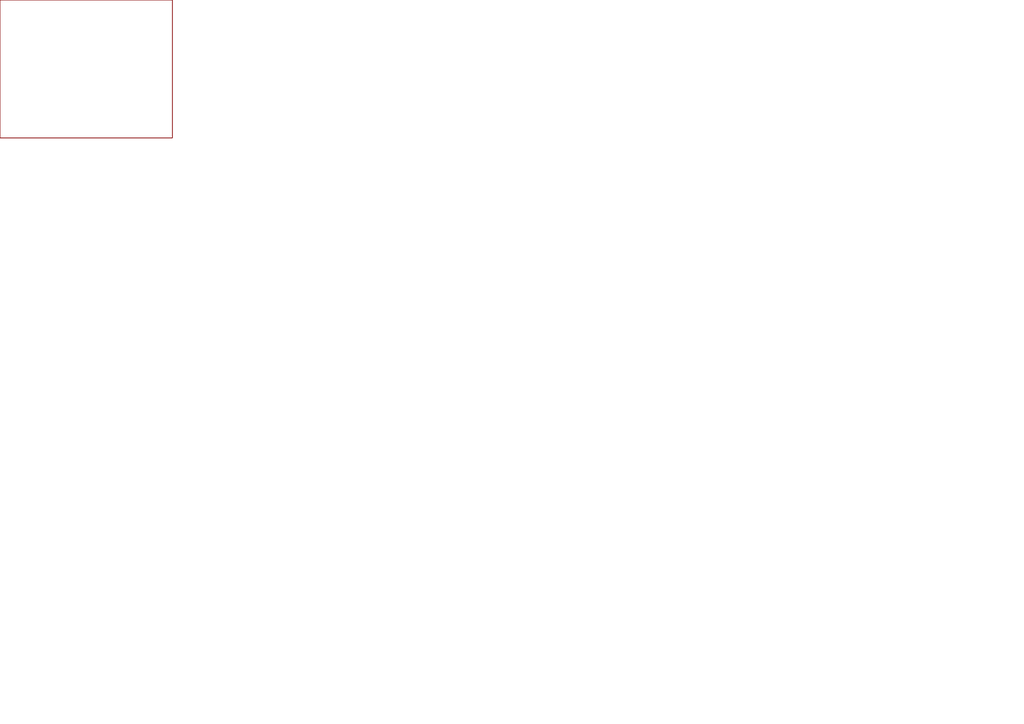
<source format=kicad_sch>
(kicad_sch (version 20211123)
  (sheet (at 0 0) (size 50 40))
)

</source>
